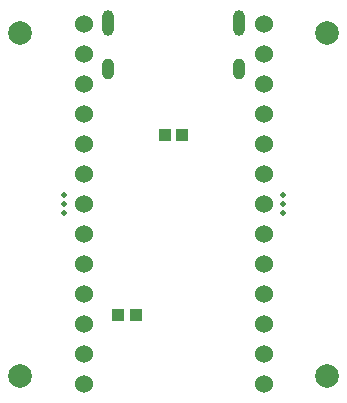
<source format=gbr>
%TF.GenerationSoftware,KiCad,Pcbnew,(5.1.9)-1*%
%TF.CreationDate,2021-01-07T22:39:29+08:00*%
%TF.ProjectId,akami,616b616d-692e-46b6-9963-61645f706362,rev?*%
%TF.SameCoordinates,Original*%
%TF.FileFunction,Soldermask,Bot*%
%TF.FilePolarity,Negative*%
%FSLAX46Y46*%
G04 Gerber Fmt 4.6, Leading zero omitted, Abs format (unit mm)*
G04 Created by KiCad (PCBNEW (5.1.9)-1) date 2021-01-07 22:39:29*
%MOMM*%
%LPD*%
G01*
G04 APERTURE LIST*
%ADD10R,1.000000X1.000000*%
%ADD11C,2.000000*%
%ADD12C,0.500000*%
%ADD13C,1.524000*%
%ADD14O,1.000000X1.800000*%
%ADD15O,1.000000X2.200000*%
G04 APERTURE END LIST*
D10*
%TO.C,TP5*%
X755000Y5850000D03*
%TD*%
D11*
%TO.C,DUMMY8*%
X12990000Y-14500000D03*
%TD*%
%TO.C,DUMMY7*%
X12990000Y14500000D03*
%TD*%
%TO.C,DUMMY6*%
X-12990000Y-14500000D03*
%TD*%
%TO.C,DUMMY5*%
X-12990000Y14500000D03*
%TD*%
D12*
%TO.C,DUMMY3*%
X-9250000Y0D03*
X-9250000Y-750000D03*
X-9250000Y750000D03*
%TD*%
%TO.C,DUMMY4*%
X9250000Y0D03*
X9250000Y750000D03*
X9250000Y-750000D03*
%TD*%
D13*
%TO.C,U4*%
X7620000Y12690000D03*
X7620000Y10150000D03*
X7620000Y7610000D03*
X7620000Y5070000D03*
X7620000Y2530000D03*
X7620000Y-10000D03*
X7620000Y-2550000D03*
X7620000Y-5090000D03*
X7620000Y-7630000D03*
X7620000Y-10170000D03*
X7620000Y-12710000D03*
X7620000Y-15250000D03*
X-7620000Y-15250000D03*
X-7620000Y-12710000D03*
X-7620000Y-10170000D03*
X-7620000Y-7630000D03*
X-7620000Y-5090000D03*
X-7620000Y-2550000D03*
X-7620000Y-10000D03*
X-7620000Y2530000D03*
X-7620000Y5070000D03*
X-7620000Y7610000D03*
X-7620000Y10150000D03*
X-7620000Y12690000D03*
%TD*%
%TO.C,J2*%
X7620000Y15230000D03*
%TD*%
%TO.C,J3*%
X-7620000Y15230000D03*
%TD*%
D10*
%TO.C,TP3*%
X-755000Y5850000D03*
%TD*%
%TO.C,TP1*%
X-3170000Y-9400000D03*
%TD*%
%TO.C,TP2*%
X-4680000Y-9400000D03*
%TD*%
D14*
%TO.C,J1*%
X-5575000Y11473200D03*
X5575600Y11473200D03*
D15*
X5575600Y15373200D03*
X-5575000Y15373200D03*
%TD*%
M02*

</source>
